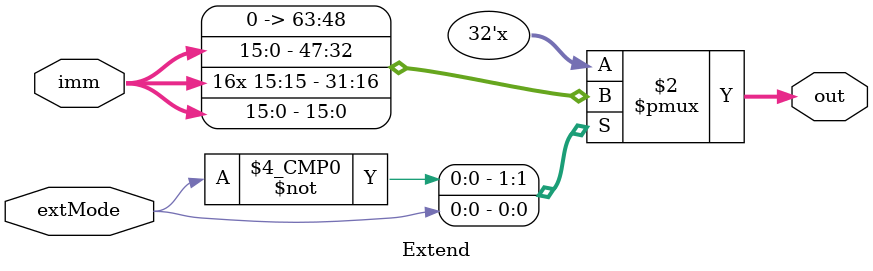
<source format=v>
`ifndef _EXTEND_V_
`define _EXTEND_V_

`define EXT_MODE_UNSIGNED    1'b0
`define EXT_MODE_SIGNED      1'b1

module Extend (
    input wire [15:0]   imm,
    input wire          extMode,
    output reg [31:0]   out
);
    always @(*) begin
        case (extMode)
            `EXT_MODE_UNSIGNED: out <= {{16{1'b0}},     imm[15:0]};
            `EXT_MODE_SIGNED:   out <= {{16{imm[15]}},  imm[15:0]};
        endcase
    end
endmodule

`endif
</source>
